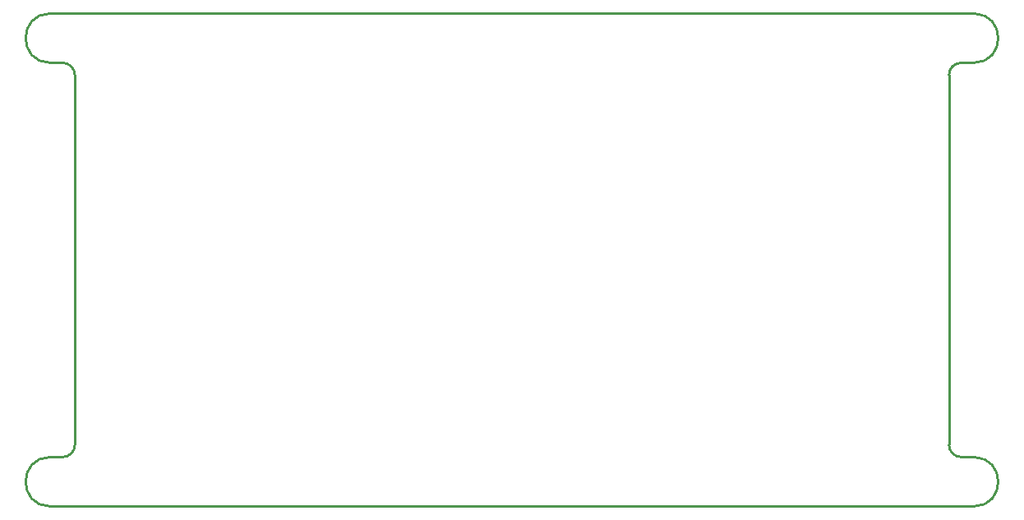
<source format=gko>
G04*
G04 #@! TF.GenerationSoftware,Altium Limited,Altium Designer,18.1.1 (9)*
G04*
G04 Layer_Color=16711935*
%FSAX25Y25*%
%MOIN*%
G70*
G01*
G75*
%ADD13C,0.01000*%
D13*
X0524000Y0557500D02*
G03*
X0524000Y0537500I0000000J-0010000D01*
G01*
Y0737500D02*
G03*
X0524000Y0717500I0000000J-0010000D01*
G01*
X0898500D02*
G03*
X0898500Y0737500I0000000J0010000D01*
G01*
Y0537500D02*
G03*
X0898500Y0557500I0000000J0010000D01*
G01*
X0529000Y0557500D02*
G03*
X0534000Y0562500I0000000J0005000D01*
G01*
X0534000Y0712500D02*
G03*
X0529000Y0717500I-0005000J0000000D01*
G01*
X0893500Y0717500D02*
G03*
X0888500Y0712500I0000000J-0005000D01*
G01*
Y0562500D02*
G03*
X0893500Y0557500I0005000J0000000D01*
G01*
X0534000Y0737500D02*
X0888500D01*
X0524000Y0537500D02*
X0534000D01*
X0524000Y0557500D02*
X0529000D01*
X0524000Y0717500D02*
X0529000D01*
X0524000Y0737500D02*
X0534000D01*
X0893500Y0717500D02*
X0898500D01*
X0888500Y0737500D02*
X0898500D01*
X0888500Y0537500D02*
X0898500D01*
X0534000D02*
X0888500D01*
X0893500Y0557500D02*
X0898500D01*
X0888500Y0562500D02*
Y0712500D01*
X0534000Y0562500D02*
Y0712500D01*
M02*

</source>
